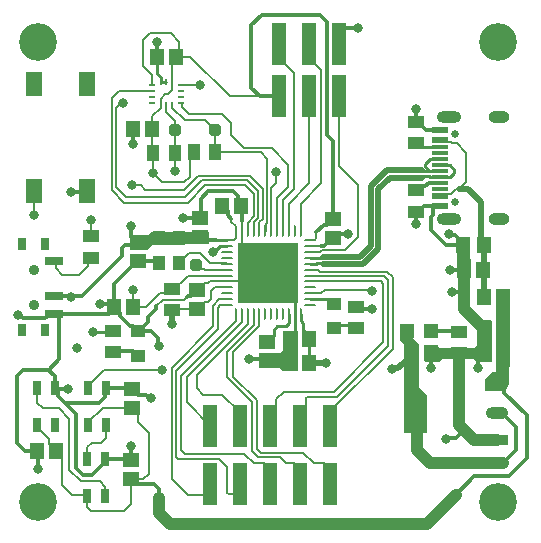
<source format=gbr>
%TF.GenerationSoftware,Altium Limited,Altium Designer,24.6.1 (21)*%
G04 Layer_Physical_Order=1*
G04 Layer_Color=255*
%FSLAX45Y45*%
%MOMM*%
%TF.SameCoordinates,02EA3464-56A9-4D0A-92B1-D56C91FA6429*%
%TF.FilePolarity,Positive*%
%TF.FileFunction,Copper,L1,Top,Signal*%
%TF.Part,Single*%
G01*
G75*
%TA.AperFunction,SMDPad,CuDef*%
%ADD10R,1.27000X3.68000*%
%ADD11R,0.80000X1.20000*%
%ADD12R,0.80000X1.00000*%
%ADD13R,1.50000X0.70000*%
%ADD14R,1.30000X1.10000*%
%ADD15R,0.60000X0.25000*%
%ADD16R,0.25000X0.60000*%
%ADD17R,1.00000X1.35000*%
%ADD18R,1.35000X1.00000*%
%ADD19R,1.30000X1.45000*%
%ADD20R,1.40000X2.10000*%
%ADD21R,1.20000X1.20000*%
%ADD22R,1.10000X1.30000*%
G04:AMPARAMS|DCode=23|XSize=0.25mm|YSize=1mm|CornerRadius=0.0625mm|HoleSize=0mm|Usage=FLASHONLY|Rotation=90.000|XOffset=0mm|YOffset=0mm|HoleType=Round|Shape=RoundedRectangle|*
%AMROUNDEDRECTD23*
21,1,0.25000,0.87500,0,0,90.0*
21,1,0.12500,1.00000,0,0,90.0*
1,1,0.12500,0.43750,0.06250*
1,1,0.12500,0.43750,-0.06250*
1,1,0.12500,-0.43750,-0.06250*
1,1,0.12500,-0.43750,0.06250*
%
%ADD23ROUNDEDRECTD23*%
G04:AMPARAMS|DCode=24|XSize=0.25mm|YSize=1mm|CornerRadius=0.0625mm|HoleSize=0mm|Usage=FLASHONLY|Rotation=0.000|XOffset=0mm|YOffset=0mm|HoleType=Round|Shape=RoundedRectangle|*
%AMROUNDEDRECTD24*
21,1,0.25000,0.87500,0,0,0.0*
21,1,0.12500,1.00000,0,0,0.0*
1,1,0.12500,0.06250,-0.43750*
1,1,0.12500,-0.06250,-0.43750*
1,1,0.12500,-0.06250,0.43750*
1,1,0.12500,0.06250,0.43750*
%
%ADD24ROUNDEDRECTD24*%
%ADD25R,5.20000X5.20000*%
%ADD26O,1.00000X0.25000*%
%ADD27R,1.45000X1.30000*%
%TA.AperFunction,TestPad*%
G04:AMPARAMS|DCode=28|XSize=1mm|YSize=1mm|CornerRadius=0.25mm|HoleSize=0mm|Usage=FLASHONLY|Rotation=90.000|XOffset=0mm|YOffset=0mm|HoleType=Round|Shape=RoundedRectangle|*
%AMROUNDEDRECTD28*
21,1,1.00000,0.50000,0,0,90.0*
21,1,0.50000,1.00000,0,0,90.0*
1,1,0.50000,0.25000,0.25000*
1,1,0.50000,0.25000,-0.25000*
1,1,0.50000,-0.25000,-0.25000*
1,1,0.50000,-0.25000,0.25000*
%
%ADD28ROUNDEDRECTD28*%
G04:AMPARAMS|DCode=29|XSize=1mm|YSize=1mm|CornerRadius=0.25mm|HoleSize=0mm|Usage=FLASHONLY|Rotation=0.000|XOffset=0mm|YOffset=0mm|HoleType=Round|Shape=RoundedRectangle|*
%AMROUNDEDRECTD29*
21,1,1.00000,0.50000,0,0,0.0*
21,1,0.50000,1.00000,0,0,0.0*
1,1,0.50000,0.25000,-0.25000*
1,1,0.50000,-0.25000,-0.25000*
1,1,0.50000,-0.25000,0.25000*
1,1,0.50000,0.25000,0.25000*
%
%ADD29ROUNDEDRECTD29*%
%TA.AperFunction,SMDPad,CuDef*%
%ADD30R,1.90500X0.95213*%
G04:AMPARAMS|DCode=31|XSize=1.905mm|YSize=0.95213mm|CornerRadius=0.47606mm|HoleSize=0mm|Usage=FLASHONLY|Rotation=180.000|XOffset=0mm|YOffset=0mm|HoleType=Round|Shape=RoundedRectangle|*
%AMROUNDEDRECTD31*
21,1,1.90500,0.00000,0,0,180.0*
21,1,0.95287,0.95213,0,0,180.0*
1,1,0.95213,-0.47644,0.00000*
1,1,0.95213,0.47644,0.00000*
1,1,0.95213,0.47644,0.00000*
1,1,0.95213,-0.47644,0.00000*
%
%ADD31ROUNDEDRECTD31*%
G04:AMPARAMS|DCode=32|XSize=1.60429mm|YSize=3.26213mm|CornerRadius=0.47327mm|HoleSize=0mm|Usage=FLASHONLY|Rotation=180.000|XOffset=0mm|YOffset=0mm|HoleType=Round|Shape=RoundedRectangle|*
%AMROUNDEDRECTD32*
21,1,1.60429,2.31560,0,0,180.0*
21,1,0.65776,3.26213,0,0,180.0*
1,1,0.94654,-0.32888,1.15780*
1,1,0.94654,0.32888,1.15780*
1,1,0.94654,0.32888,-1.15780*
1,1,0.94654,-0.32888,-1.15780*
%
%ADD32ROUNDEDRECTD32*%
%ADD33R,1.25490X1.45620*%
%ADD34R,1.15000X1.45000*%
%ADD35R,1.40000X0.60000*%
%ADD36R,1.40000X0.30000*%
%TA.AperFunction,Conductor*%
%ADD37C,0.30000*%
%ADD38C,0.20000*%
%ADD39C,1.00000*%
%ADD40C,0.50000*%
%ADD41C,0.25000*%
%ADD42C,0.49000*%
%TA.AperFunction,ComponentPad*%
%ADD43C,0.90000*%
%TA.AperFunction,ViaPad*%
%ADD44C,3.20000*%
%TA.AperFunction,ComponentPad*%
%ADD45O,1.80000X1.00000*%
%ADD46O,2.10000X1.00000*%
%ADD47C,0.65000*%
%TA.AperFunction,ViaPad*%
%ADD48C,0.80000*%
%ADD49C,0.50000*%
G36*
X1750000Y2490000D02*
X1550000D01*
X1540000Y2480000D01*
X1270000D01*
X1230000Y2440000D01*
X1080000D01*
Y2560000D01*
X1230000D01*
X1260000Y2590000D01*
X1750000D01*
Y2490000D01*
D02*
G37*
G36*
X3960000Y2370000D02*
X3970000Y2360000D01*
Y2200000D01*
X3850000D01*
Y2550000D01*
X3960000D01*
Y2370000D01*
D02*
G37*
G36*
X4140000Y1840000D02*
X4142500Y1838964D01*
Y1490000D01*
X4020000D01*
X4017500Y1487500D01*
X3990000Y1515000D01*
X3722500D01*
X3697500Y1490000D01*
X3581773D01*
X3567759Y1504270D01*
X3570000Y1627500D01*
X3690000D01*
X3710000Y1607500D01*
X3990000D01*
X4017500Y1635000D01*
Y1840000D01*
X4140000D01*
D02*
G37*
G36*
X2500000Y1410000D02*
X2380000D01*
X2350000Y1440000D01*
X2170000D01*
Y1560000D01*
X2350000D01*
X2380000Y1590000D01*
Y1750000D01*
X2500000D01*
Y1410000D01*
D02*
G37*
G36*
X4300000Y1450000D02*
X4290000Y1440000D01*
Y1296212D01*
X4289161Y1295541D01*
X4270000Y1288964D01*
X4244730Y1314234D01*
X4233153Y1321969D01*
X4219497Y1324686D01*
X4189500D01*
X4175844Y1321969D01*
X4164266Y1314234D01*
X4156531Y1302656D01*
X4153814Y1289000D01*
X4156531Y1275344D01*
X4164266Y1263766D01*
X4169903Y1260000D01*
X4163836Y1240000D01*
X4090000D01*
Y1340000D01*
X4150000Y1400000D01*
X4180000D01*
Y2110000D01*
X4300000D01*
Y1450000D01*
D02*
G37*
G36*
X3480000Y1692500D02*
X3532500Y1640000D01*
Y1280000D01*
X3527500Y1275000D01*
X3600000Y1202500D01*
Y890000D01*
X3405000D01*
Y1630000D01*
X3407500Y1632500D01*
X3365000Y1675000D01*
Y1807500D01*
X3480000D01*
Y1692500D01*
D02*
G37*
D10*
X2346000Y3738000D02*
D03*
X2600000D02*
D03*
X2854000D02*
D03*
X2346000Y4182000D02*
D03*
X2600000D02*
D03*
X2854000D02*
D03*
X2774000Y950000D02*
D03*
Y455000D02*
D03*
X2520000Y950000D02*
D03*
Y455000D02*
D03*
X2266000Y950000D02*
D03*
Y455000D02*
D03*
X2012000Y950000D02*
D03*
Y455000D02*
D03*
X1758000Y950000D02*
D03*
Y455000D02*
D03*
D11*
X875300Y1266100D02*
D03*
Y956100D02*
D03*
X725300D02*
D03*
Y1266100D02*
D03*
X445300Y1264100D02*
D03*
Y954100D02*
D03*
X295300D02*
D03*
Y1264100D02*
D03*
X870300Y662600D02*
D03*
Y352600D02*
D03*
X720300D02*
D03*
Y662600D02*
D03*
D12*
X168500Y1755000D02*
D03*
Y2485000D02*
D03*
X361500Y1755000D02*
D03*
Y2485000D02*
D03*
D13*
X440000Y2345000D02*
D03*
Y1895000D02*
D03*
Y2045000D02*
D03*
D14*
X2807500Y1772500D02*
D03*
Y1982500D02*
D03*
X1150000Y1752500D02*
D03*
Y1542500D02*
D03*
D15*
X1265000Y3685000D02*
D03*
Y3735000D02*
D03*
Y3785000D02*
D03*
Y3835000D02*
D03*
X1515000Y3685000D02*
D03*
Y3735000D02*
D03*
Y3785000D02*
D03*
Y3835000D02*
D03*
D16*
X1440000Y3860000D02*
D03*
X1390000D02*
D03*
X1340000D02*
D03*
Y3660000D02*
D03*
X1390000D02*
D03*
X1440000D02*
D03*
D17*
X1625000Y3262500D02*
D03*
X1805000D02*
D03*
X1280000Y3260000D02*
D03*
X1460000D02*
D03*
D18*
X940000Y1750000D02*
D03*
Y1570000D02*
D03*
X3870000Y1560000D02*
D03*
Y1740000D02*
D03*
X3500000Y2940000D02*
D03*
Y2760000D02*
D03*
X3500000Y3340000D02*
D03*
Y3520000D02*
D03*
X2997500Y1957500D02*
D03*
Y1777500D02*
D03*
X755000Y2372500D02*
D03*
Y2552500D02*
D03*
X1440000Y1930000D02*
D03*
Y2110000D02*
D03*
D19*
X1110000Y1955000D02*
D03*
X950000D02*
D03*
X3470000Y1560000D02*
D03*
X3630000D02*
D03*
X4240000Y1770000D02*
D03*
X4080000D02*
D03*
X4240000Y1560000D02*
D03*
X4080000D02*
D03*
X4069999Y2270000D02*
D03*
X3910000D02*
D03*
X1270000Y3460000D02*
D03*
X1110000D02*
D03*
X1470000Y4070000D02*
D03*
X1310000D02*
D03*
X452500Y735000D02*
D03*
X292500D02*
D03*
X2597700Y1680000D02*
D03*
X2437700D02*
D03*
X2597700Y1480000D02*
D03*
X2437700D02*
D03*
X1862500Y2812500D02*
D03*
X2022500D02*
D03*
D20*
X265000Y3845000D02*
D03*
X715000D02*
D03*
X265000Y2935000D02*
D03*
X715000D02*
D03*
D21*
X3633000Y1750000D02*
D03*
X3423000D02*
D03*
D22*
X1492500Y2535000D02*
D03*
Y2325000D02*
D03*
X1327500D02*
D03*
Y2535000D02*
D03*
D23*
X2605400Y2520000D02*
D03*
Y2470000D02*
D03*
Y2420000D02*
D03*
Y1970000D02*
D03*
Y2020000D02*
D03*
Y2070000D02*
D03*
Y2120000D02*
D03*
Y2170000D02*
D03*
Y2220000D02*
D03*
Y2270000D02*
D03*
Y2320000D02*
D03*
Y2370000D02*
D03*
X1900000Y1970000D02*
D03*
Y2020000D02*
D03*
Y2070000D02*
D03*
Y2120000D02*
D03*
Y2170000D02*
D03*
Y2220000D02*
D03*
Y2270000D02*
D03*
Y2320000D02*
D03*
Y2370000D02*
D03*
Y2420000D02*
D03*
Y2470000D02*
D03*
D24*
X2427700Y2597700D02*
D03*
X2227700D02*
D03*
X2277700D02*
D03*
X2327700D02*
D03*
X2377700D02*
D03*
X2477700D02*
D03*
X2527700D02*
D03*
X1977700D02*
D03*
X2027700D02*
D03*
X2077700D02*
D03*
X2127700D02*
D03*
X2177700D02*
D03*
X2527700Y1892300D02*
D03*
X2477700D02*
D03*
X2427700D02*
D03*
X2377700D02*
D03*
X2327700D02*
D03*
X2277700D02*
D03*
X2227700D02*
D03*
X2177700D02*
D03*
X2127700D02*
D03*
X2077700D02*
D03*
X2027700D02*
D03*
X1977700D02*
D03*
D25*
X2252700Y2245000D02*
D03*
D26*
X1900000Y2520000D02*
D03*
D27*
X1150000Y2500000D02*
D03*
Y2340000D02*
D03*
X1100000Y1102500D02*
D03*
Y1262500D02*
D03*
X1090000Y497500D02*
D03*
Y657500D02*
D03*
X2240000Y1660000D02*
D03*
Y1500000D02*
D03*
X1670000Y2550000D02*
D03*
Y2710000D02*
D03*
X1650000Y1940000D02*
D03*
Y2100000D02*
D03*
X2800000Y2700000D02*
D03*
Y2540000D02*
D03*
D28*
X1462500Y3452500D02*
D03*
X1805000Y3450000D02*
D03*
D29*
X1640000Y2310000D02*
D03*
D30*
X4189500Y831000D02*
D03*
D31*
Y1060000D02*
D03*
Y1289000D02*
D03*
D32*
X3510500Y1060000D02*
D03*
D33*
X4242565Y2040000D02*
D03*
X4077435D02*
D03*
D34*
X4077500Y2480000D02*
D03*
X3902500D02*
D03*
D35*
X3704100Y3370000D02*
D03*
Y2810000D02*
D03*
Y2890000D02*
D03*
Y3450000D02*
D03*
D36*
Y2955000D02*
D03*
Y3005000D02*
D03*
Y3055000D02*
D03*
Y3305000D02*
D03*
Y3155000D02*
D03*
Y3205000D02*
D03*
Y3255000D02*
D03*
Y3105000D02*
D03*
D37*
X2182000Y3738000D02*
X2346000D01*
X2854000Y4182000D02*
Y4271500D01*
X2902500Y4320000D01*
X3010000D01*
X1160000Y1752500D02*
X1257500D01*
X1150000D02*
X1160000D01*
X1320433Y1629567D02*
Y1689567D01*
Y1629567D02*
X1330000Y1620000D01*
X1257500Y1752500D02*
X1320433Y1689567D01*
X365000Y1860000D02*
X400000Y1895000D01*
X460000D01*
X143530Y1890000D02*
X173530Y1860000D01*
X365000D01*
X130000Y1890000D02*
X143530D01*
X2230000Y1510000D02*
X2240000Y1500000D01*
X2090000Y1510000D02*
X2230000D01*
X4249621Y1228879D02*
X4440000Y1038500D01*
X4287500Y520000D02*
X4440000Y672500D01*
Y1038500D01*
X4240000Y630000D02*
X4352500Y742500D01*
Y939856D01*
X3997500Y520000D02*
X4287500D01*
X3837500Y360000D02*
X3997500Y520000D01*
X292500Y735000D02*
X300000Y727500D01*
Y580000D02*
Y727500D01*
X1092500Y2550000D02*
X1142500Y2500000D01*
X1092500Y2550000D02*
Y2557500D01*
X1090000Y2560000D02*
Y2640000D01*
X1142500Y2500000D02*
X1150000D01*
X1090000Y2560000D02*
X1092500Y2557500D01*
X1670000Y2710000D02*
X1670000Y2710000D01*
X1530000Y2710000D02*
X1670000D01*
X449400Y1260000D02*
X560000D01*
X440000Y2045000D02*
X677500D01*
X892500Y1897500D02*
X900000D01*
X890000Y1895000D02*
X892500Y1897500D01*
X460000Y1895000D02*
X890000D01*
X2997500Y1957500D02*
X3015000Y1940000D01*
X3130000D01*
X2830000Y2570000D02*
X2930000D01*
X2800000Y2540000D02*
X2830000Y2570000D01*
X830000Y1980000D02*
X925000D01*
X950000Y1955000D01*
X1213970Y1212500D02*
X1246470Y1180000D01*
X1096400Y1266100D02*
X1150000Y1212500D01*
X1213970D01*
X1246470Y1180000D02*
X1260000D01*
X449400Y1260000D02*
X470301Y1239100D01*
X445300Y1264100D02*
X449400Y1260000D01*
X1084900Y662600D02*
X1090000Y667700D01*
Y780000D01*
X875300Y1266100D02*
X1096400D01*
X821250Y1141250D02*
X870000Y1190000D01*
Y1260800D02*
X875300Y1266100D01*
X870000Y1190000D02*
Y1260800D01*
X531250Y1141250D02*
X821250D01*
X1160000Y1752500D02*
X1237501Y1830001D01*
Y1867501D01*
X1110000Y3330000D02*
Y3460000D01*
X1310000Y4070000D02*
Y4200000D01*
X580000Y2930000D02*
X710000D01*
X715000Y2935000D01*
X3500000Y3520000D02*
X3500000Y3520000D01*
Y3630000D01*
X3837067Y2560433D02*
X3902500Y2495000D01*
X3789567Y2560433D02*
X3837067D01*
X3780000Y2570000D02*
X3789567Y2560433D01*
X3790000Y2270000D02*
X3909999D01*
X3910000Y2270000D01*
X3810000Y2080000D02*
X3910000D01*
X3500000Y2660000D02*
Y2760000D01*
X3902500Y2480000D02*
Y2495000D01*
X4030000Y1440000D02*
Y1510001D01*
X4080000Y1560000D01*
X3630000Y1440000D02*
Y1560000D01*
X3845000Y845000D02*
X3911250Y911250D01*
X3760000Y840000D02*
X3765000Y845000D01*
X3845000D01*
X2110000Y3810000D02*
X2182000Y3738000D01*
X2110000Y3810000D02*
Y4340000D01*
X2200000Y4430000D01*
X2690000D01*
X2750000Y4370000D01*
Y3410000D02*
Y4370000D01*
Y3410000D02*
X2800000Y3360000D01*
Y2700000D02*
Y3360000D01*
X2742500Y2487574D02*
Y2490000D01*
X2724926Y2470000D02*
X2742500Y2487574D01*
X2792500Y2540000D02*
X2800000D01*
X2742500Y2490000D02*
X2792500Y2540000D01*
X2700000Y2470000D02*
X2724926D01*
X460000Y1895000D02*
X480000Y1875000D01*
Y1510000D02*
Y1875000D01*
X677500Y2045000D02*
X1015000Y2382500D01*
X1125000Y2475000D02*
X1150000Y2500000D01*
X1037500Y2475000D02*
X1125000D01*
X1015000Y2452500D02*
X1037500Y2475000D01*
X1015000Y2382500D02*
Y2452500D01*
X950000Y1947500D02*
Y1955000D01*
X900000Y1897500D02*
X950000Y1947500D01*
X392500Y1422500D02*
X480000Y1510000D01*
X390000Y1422500D02*
X392500D01*
X950000Y2147500D02*
X1142500Y2340000D01*
X1150000D01*
X1312500D01*
X1085503Y1792500D02*
X1110000D01*
X950000Y1955000D02*
X1000000Y1905000D01*
Y1878003D02*
Y1905000D01*
Y1878003D02*
X1085503Y1792500D01*
X1110000D02*
X1150000Y1752500D01*
X950000Y1955000D02*
Y2147500D01*
X531250Y1141250D02*
X627500Y1045000D01*
X470301Y1202200D02*
X531250Y1141250D01*
X1680000Y2870000D02*
X1744800Y2934800D01*
X1955200D01*
X2000000Y2890000D01*
Y2835000D02*
X2029234Y2805766D01*
X2000000Y2835000D02*
Y2890000D01*
X1680000Y2720000D02*
Y2870000D01*
X1670000Y2710000D02*
X1680000Y2720000D01*
X1910000Y2730000D02*
Y2765000D01*
X1862500Y2812500D02*
X1910000Y2765000D01*
Y2730000D02*
X1940000Y2700000D01*
X2029234Y2679234D02*
Y2805766D01*
X1700000Y2520000D02*
X1810000D01*
X1670000Y2550000D02*
X1700000Y2520000D01*
X3701600Y2812500D02*
X3704100Y2810000D01*
X3500000Y2760000D02*
X3517500D01*
X3570000Y2812500D01*
X3701600D01*
X3632500Y2602500D02*
X3755000Y2480000D01*
X3902500D01*
X3649100Y2795000D02*
X3664100Y2810000D01*
X3632500Y2719209D02*
X3649100Y2735808D01*
X3664100Y2810000D02*
X3704100D01*
X3649100Y2735808D02*
Y2795000D01*
X3632500Y2602500D02*
Y2719209D01*
X3612500Y3005000D02*
X3704100D01*
X3582500Y2975000D02*
X3612500Y3005000D01*
X3500000Y2940000D02*
X3535000Y2975000D01*
X3582500D01*
X3704099Y3450000D02*
X3704100Y3450000D01*
X3500000Y3520000D02*
X3517500D01*
X3587500Y3450000D01*
X3704099D01*
X1090000Y497500D02*
X1132500Y455000D01*
X1285000D01*
X1325000Y335000D02*
Y415000D01*
X1285000Y455000D02*
X1325000Y415000D01*
X4219497Y1289000D02*
X4249621Y1258875D01*
Y1228879D02*
Y1258875D01*
X4189500Y1289000D02*
X4219497D01*
X4232356Y1060000D02*
X4352500Y939856D01*
X940000Y1570000D02*
X952500Y1582500D01*
X1110000D01*
X1150000Y1542500D01*
X1237501Y1867501D02*
X1305000Y1935000D01*
Y1960000D01*
X627500Y587500D02*
Y1045000D01*
X470301Y1202200D02*
Y1239100D01*
X445300Y1264100D02*
Y1367200D01*
X870300Y642600D02*
Y662600D01*
X757700Y530000D02*
X870300Y642600D01*
X685000Y530000D02*
X757700D01*
X627500Y587500D02*
X685000Y530000D01*
X390000Y1422500D02*
X445300Y1367200D01*
X177500Y1422500D02*
X390000D01*
X125000Y1370000D02*
X177500Y1422500D01*
X125000Y805000D02*
Y1370000D01*
Y805000D02*
X185064Y744936D01*
X195000Y735000D01*
X292500D01*
X870300Y662600D02*
X1084900D01*
X3859999Y1750000D02*
X3870000Y1740000D01*
X3633000Y1750000D02*
X3859999D01*
X2750000Y2650000D02*
X2800000Y2700000D01*
X2660000Y2590000D02*
X2720000Y2650000D01*
X2750000D01*
X1563003Y2040000D02*
X1573002Y2050000D01*
X1600000D01*
X1650000Y2100000D01*
D38*
X2600000Y3000000D02*
Y3738000D01*
X2854000Y3145000D02*
Y3738000D01*
X2346000Y4061500D02*
X2470000Y3937500D01*
Y2950000D02*
Y3937500D01*
X2700000Y3000000D02*
Y3961500D01*
X2527700Y2597700D02*
Y2827700D01*
X2700000Y3000000D01*
X2346000Y4061500D02*
Y4182000D01*
X2600000Y4061500D02*
X2700000Y3961500D01*
X2600000Y4061500D02*
Y4182000D01*
X2377700Y2857700D02*
X2470000Y2950000D01*
X2377700Y2597700D02*
Y2857700D01*
X2854000Y3145000D02*
X3010000Y2989000D01*
Y2550000D02*
Y2989000D01*
X2898379Y2438379D02*
X3010000Y2550000D01*
X2746621Y2438379D02*
X2898379D01*
X2740542Y2432300D02*
X2746621Y2438379D01*
X2704895Y2432300D02*
X2740542D01*
X2692595Y2420000D02*
X2704895Y2432300D01*
X2605400Y2420000D02*
X2692595D01*
X2427700Y2827700D02*
X2600000Y3000000D01*
X2427700Y2597700D02*
Y2827700D01*
X3846500Y3343500D02*
X3930000Y3260000D01*
X3805227Y3343500D02*
X3846500D01*
X3930000Y3012500D02*
Y3260000D01*
X3798727Y3350000D02*
X3805227Y3343500D01*
X3724100Y3350000D02*
X3798727D01*
X3870000Y2952500D02*
X3930000Y3012500D01*
X3838726Y2950000D02*
X3867500D01*
X3798727Y2910000D02*
X3838726Y2950000D01*
X4069999Y2270000D02*
X4077435Y2262565D01*
X4069999Y2270000D02*
X4077500Y2277500D01*
X726716Y2304216D02*
Y2344216D01*
X507500Y2227500D02*
X650000D01*
X726716Y2344216D02*
X755000Y2372500D01*
X650000Y2227500D02*
X726716Y2304216D01*
X2605400Y2170000D02*
X3205000D01*
X859200Y1420000D02*
X1350000D01*
X725300Y1286100D02*
X859200Y1420000D01*
X875000Y845000D02*
Y955800D01*
X875300Y956100D01*
X725300Y976100D02*
X851700Y1102500D01*
X1100000D01*
X725300Y1266100D02*
Y1286100D01*
Y956100D02*
Y976100D01*
X835000Y805000D02*
X875000Y845000D01*
X760000Y805000D02*
X835000D01*
X720300Y765300D02*
X760000Y805000D01*
X720300Y662600D02*
Y765300D01*
X1577500Y2410000D02*
X1670000D01*
X1757500Y2322500D01*
X1708858Y2279260D02*
X1718117Y2270000D01*
X1670740Y2279260D02*
X1708858D01*
X1640000Y2310000D02*
X1670740Y2279260D01*
X1718117Y2270000D02*
X1900000D01*
X1757500Y2322500D02*
X1897500D01*
X2027700Y2470000D02*
Y2597700D01*
Y2470000D02*
X2032700Y2465000D01*
X1900000Y2170000D02*
X2002700D01*
X2032700Y2140000D01*
Y2135000D02*
Y2140000D01*
X1900000Y2520000D02*
X1960000D01*
X1975200Y2535200D02*
Y2595200D01*
X1977700Y2597700D01*
X1960000Y2520000D02*
X1975200Y2535200D01*
X1924500Y3738000D02*
X2182000D01*
X2280000Y3300000D02*
X2420000Y3160000D01*
X2330000Y2880000D02*
X2420000Y2970000D01*
Y3160000D01*
X2330000Y2600000D02*
Y2880000D01*
X2230200Y2637700D02*
X2235200Y2642700D01*
X2205000Y2702511D02*
Y2955000D01*
X2235200Y2656465D02*
X2245000Y2666265D01*
X2230200Y2600200D02*
Y2637700D01*
X2245000Y2666265D02*
Y3210000D01*
X2177700Y2675211D02*
X2205000Y2702511D01*
X2235200Y2642700D02*
Y2656465D01*
X2277700Y2597700D02*
Y2960000D01*
X2227700Y2597700D02*
X2230200Y2600200D01*
X2327700Y2597700D02*
X2330000Y2600000D01*
X2050000Y3300000D02*
X2280000D01*
X1805000Y3262500D02*
X2192500D01*
X2245000Y3210000D01*
X1940000Y3410000D02*
X2050000Y3300000D01*
X1940000Y3410000D02*
Y3510000D01*
X1860000Y3590000D02*
X1940000Y3510000D01*
X1580000Y3590000D02*
X1860000D01*
X1520000Y3650000D02*
X1580000Y3590000D01*
X1515000Y3685000D02*
X1517500D01*
X1520000Y3682500D01*
Y3650000D02*
Y3682500D01*
X1190000Y3990000D02*
Y4210000D01*
X1250000Y4270000D02*
X1430000D01*
X1190000Y4210000D02*
X1250000Y4270000D01*
X1430000D02*
X1500000Y4200000D01*
X1265000Y3835000D02*
Y3915000D01*
X1190000Y3990000D02*
X1265000Y3915000D01*
X1470000Y4070000D02*
X1500000Y4100000D01*
Y4200000D01*
X455000Y2280000D02*
X507500Y2227500D01*
X440000Y2345000D02*
X455000Y2330000D01*
Y2280000D02*
Y2330000D01*
X1110000Y1955000D02*
Y2100000D01*
X265000Y2935000D02*
X270000Y2930000D01*
Y2730000D02*
Y2930000D01*
X750000Y2557500D02*
X755000Y2552500D01*
X750000Y2557500D02*
Y2690000D01*
X1102500Y2987500D02*
X1172500D01*
X1100000Y2990000D02*
X1102500Y2987500D01*
X2730000Y2100000D02*
X3120000D01*
X3130000Y2090000D01*
X3205000Y2170000D02*
X3225000Y2150000D01*
X2690000Y2252500D02*
X3257500D01*
X2687500Y2212500D02*
X3235000D01*
X2605400Y2470000D02*
X2700000D01*
X2700000Y2070000D02*
X2730000Y2100000D01*
X2605400Y2070000D02*
X2700000D01*
X3305000Y1601500D02*
Y2205000D01*
X2774000Y1070500D02*
X3305000Y1601500D01*
X1440000Y3795000D02*
Y3860000D01*
X1402500Y3757500D02*
X1440000Y3795000D01*
X1380000Y3757500D02*
X1402500D01*
X1340000Y3717500D02*
X1380000Y3757500D01*
X1340000Y3660000D02*
Y3717500D01*
X1592500Y4070000D02*
X1924500Y3738000D01*
X1470000Y4070000D02*
X1592500D01*
X1440000Y4040000D02*
X1470000Y4070000D01*
X1440000Y3860000D02*
Y4040000D01*
X1390000Y3605000D02*
Y3660000D01*
X1440000Y3642500D02*
X1547500Y3535000D01*
X1440000Y3642500D02*
Y3660000D01*
X1270000Y3572500D02*
X1340000Y3642500D01*
Y3660000D01*
X1515000Y3835000D02*
X1670000D01*
X1515000Y3835000D02*
X1515000Y3835000D01*
X987500Y3785000D02*
X1265000D01*
X925000Y3722500D02*
X987500Y3785000D01*
X925000Y2945000D02*
Y3722500D01*
Y2945000D02*
X1032500Y2837500D01*
X1572500D01*
X1720000Y2985000D01*
X2052500D01*
X2130000Y2907500D01*
Y2720000D02*
Y2907500D01*
X2077700Y2667700D02*
X2130000Y2720000D01*
X2077700Y2597700D02*
Y2667700D01*
X1670000Y3835000D02*
X1670000Y3835000D01*
X1270000Y3460000D02*
Y3572500D01*
X1547500Y3535000D02*
X1720000D01*
X1805000Y3450000D01*
X1390000Y3605000D02*
X1462500Y3532500D01*
Y3452500D02*
Y3532500D01*
X970716Y3646953D02*
X1008764Y3685000D01*
X962500Y3646953D02*
X970716D01*
X1008764Y3685000D02*
X1025000D01*
X962500Y2967500D02*
Y3646953D01*
X2167500Y2711255D02*
Y2932500D01*
X2127700Y2671455D02*
X2167500Y2711255D01*
X2075000Y3025000D02*
X2167500Y2932500D01*
X2097500Y3062500D02*
X2205000Y2955000D01*
X2320000Y3002300D02*
Y3099600D01*
X2277700Y2960000D02*
X2320000Y3002300D01*
Y3099600D02*
X2320400Y3100000D01*
X1547500Y2882500D02*
X1690000Y3025000D01*
X2075000D01*
X1657500Y3062500D02*
X2097500D01*
X1542500Y2947500D02*
X1657500Y3062500D01*
X1047500Y2882500D02*
X1547500D01*
X1212500Y2947500D02*
X1542500D01*
X1590000Y3227500D02*
X1625000Y3262500D01*
X1590000Y3057500D02*
Y3227500D01*
X1542500Y3010000D02*
X1590000Y3057500D01*
X1355000Y3010000D02*
X1542500D01*
X1172500Y2987500D02*
X1212500Y2947500D01*
X2177700Y2597700D02*
Y2675211D01*
X962500Y2967500D02*
X1047500Y2882500D01*
X2127700Y2597700D02*
Y2671455D01*
X1460000Y3105000D02*
Y3260000D01*
X1280000Y3085000D02*
X1355000Y3010000D01*
X1280000Y3085000D02*
Y3260000D01*
X1270000Y3270000D02*
X1280000Y3260000D01*
X1270000Y3270000D02*
Y3460000D01*
X1805000Y3262500D02*
Y3450000D01*
X1462500Y3262500D02*
Y3452500D01*
X1460000Y3260000D02*
X1462500Y3262500D01*
X3704100Y2890000D02*
X3724100Y2910000D01*
X3798727D01*
X3704100Y3370000D02*
X3724100Y3350000D01*
X1905321Y381716D02*
Y597605D01*
X1917037Y370000D02*
X1958500D01*
X2012000Y423500D01*
X1905321Y381716D02*
X1917037Y370000D01*
X2012000Y423500D02*
Y455000D01*
X1435000Y500000D02*
X1575000Y360000D01*
X1435000Y500000D02*
Y1440000D01*
X1575000Y360000D02*
X1704500D01*
X1758000Y413500D01*
Y455000D01*
X1435000Y1440000D02*
X1785000Y1790000D01*
X1331250Y2070000D02*
X1400000D01*
X1110000Y1955000D02*
X1216251D01*
X1331250Y2070000D01*
X1400000D02*
X1440000Y2110000D01*
X1152500Y977500D02*
Y1050000D01*
X1100000Y1102500D02*
X1152500Y1050000D01*
Y977500D02*
X1240000Y890000D01*
Y542500D02*
Y890000D01*
X1090000Y497500D02*
X1195000D01*
X1240000Y542500D01*
X567500Y575000D02*
Y1007500D01*
Y575000D02*
X665000Y477500D01*
X480000Y1095000D02*
X567500Y1007500D01*
X342500Y1095000D02*
X480000D01*
X295000Y1263799D02*
X295300Y1264100D01*
X295000Y1142500D02*
Y1263799D01*
Y1142500D02*
X342500Y1095000D01*
X825000Y477500D02*
X870300Y432200D01*
X665000Y477500D02*
X825000D01*
X870300Y352600D02*
Y432200D01*
X1027500Y225000D02*
X1090000Y287500D01*
Y497500D01*
X752500Y225000D02*
X1027500D01*
X720300Y257200D02*
X752500Y225000D01*
X720300Y257200D02*
Y352600D01*
X592500Y362500D02*
X710400D01*
X720300Y352600D01*
X507500Y447500D02*
X592500Y362500D01*
X507500Y447500D02*
Y680000D01*
X452500Y735000D02*
X507500Y680000D01*
X295300Y934100D02*
X397500Y831901D01*
X295300Y934100D02*
Y954100D01*
X397500Y790000D02*
X452500Y735000D01*
X397500Y790000D02*
Y831901D01*
X2354250Y680750D02*
X2406000Y629000D01*
X2466500D01*
X2166750Y680750D02*
X2354250D01*
X2192500Y720000D02*
X2544926D01*
X2157500Y755000D02*
Y1165000D01*
Y755000D02*
X2192500Y720000D01*
X2544926D02*
X2635926Y629000D01*
X1957500Y1365000D02*
X2157500Y1165000D01*
X1957500Y1365000D02*
Y1571050D01*
X2177700Y1791250D01*
X2720500Y629000D02*
X2774000Y575500D01*
X2635926Y629000D02*
X2720500D01*
X2774000Y455000D02*
Y575500D01*
X2382500Y1237500D02*
X2807500D01*
X2319500Y1174500D02*
X2382500Y1237500D01*
X2266000Y950000D02*
X2319500Y1003500D01*
Y1174500D01*
X2177700Y1791250D02*
Y1892300D01*
X2127700Y1797700D02*
Y1892300D01*
X1905000Y1575000D02*
X2127700Y1797700D01*
X2077700Y1807700D02*
Y1892300D01*
X1645000Y1375000D02*
X2077700Y1807700D01*
X2520000Y455000D02*
Y575500D01*
X2466500Y629000D02*
X2520000Y575500D01*
X2115000Y732500D02*
X2166750Y680750D01*
X2115000Y732500D02*
Y1147500D01*
X1905000Y1357500D02*
X2115000Y1147500D01*
X1905000Y1357500D02*
Y1575000D01*
X1862700Y1210000D02*
X2012000Y1060700D01*
X1700000Y1210000D02*
X1862700D01*
X2012000Y950000D02*
Y1060700D01*
X1645000Y1265000D02*
X1700000Y1210000D01*
X1645000Y1265000D02*
Y1375000D01*
X1560000Y1148000D02*
Y1357500D01*
X2027700Y1825200D01*
X1560000Y1148000D02*
X1758000Y950000D01*
X2027700Y1825200D02*
Y1892300D01*
X1975618Y1833117D02*
Y1890218D01*
X1512500Y740000D02*
Y1370000D01*
X1975618Y1833117D01*
Y1890218D02*
X1977700Y1892300D01*
X1472500Y680716D02*
Y1415000D01*
X1827500Y1770000D02*
Y1947500D01*
X1472500Y1415000D02*
X1827500Y1770000D01*
X1785000Y1790000D02*
Y1965000D01*
X1512500Y740000D02*
X1545000Y707500D01*
X2049426D01*
X2127926Y629000D01*
X2212500D01*
X2266000Y455000D02*
Y575500D01*
X2212500Y629000D02*
X2266000Y575500D01*
X1833926Y669000D02*
X1905321Y597605D01*
X1484216Y669000D02*
X1833926D01*
X1472500Y680716D02*
X1484216Y669000D01*
X1837500Y2017500D02*
X1897500D01*
X1900000Y2020000D01*
X1785000Y1965000D02*
X1837500Y2017500D01*
X1847500Y1967500D02*
X1897500D01*
X1827500Y1947500D02*
X1847500Y1967500D01*
X1897500D02*
X1900000Y1970000D01*
X3225000Y1655000D02*
Y2150000D01*
X2807500Y1237500D02*
X3225000Y1655000D01*
X2520000Y950000D02*
X2570784Y1000784D01*
Y1180784D01*
X2582500Y1192500D01*
X2837500D01*
X3265000Y1620000D02*
Y2182500D01*
X2837500Y1192500D02*
X3265000Y1620000D01*
X3235000Y2212500D02*
X3265000Y2182500D01*
X2680000Y2220000D02*
X2687500Y2212500D01*
X2605400Y2220000D02*
X2680000D01*
X2675000Y2267500D02*
X2690000Y2252500D01*
X2607900Y2267500D02*
X2675000D01*
X2605400Y2270000D02*
X2607900Y2267500D01*
X2774000Y950000D02*
Y1070500D01*
X3257500Y2252500D02*
X3305000Y2205000D01*
X2607900Y2522500D02*
X2648284D01*
X2660000Y2534216D02*
Y2590000D01*
X2648284Y2522500D02*
X2660000Y2534216D01*
X2605400Y2520000D02*
X2607900Y2522500D01*
X1538003Y2015000D02*
X1563003Y2040000D01*
X1305000Y1960000D02*
Y1961997D01*
X1358003Y2015000D01*
X1538003D01*
X1312500Y2340000D02*
X1327500Y2325000D01*
X1450000Y1940000D02*
X1650000D01*
X1440000Y1930000D02*
X1450000Y1940000D01*
X1705000Y1995000D02*
X1745000D01*
X1770000Y2020000D01*
X1650000Y1940000D02*
X1705000Y1995000D01*
X1770000Y2020000D02*
Y2090000D01*
X1800000Y2120000D01*
X1900000D01*
X1650000Y2100000D02*
X1705000Y2155000D01*
X1745000D01*
X1760000Y2170000D01*
X1900000D01*
X1897500Y2322500D02*
X1900000Y2320000D01*
X1492500Y2325000D02*
X1577500Y2410000D01*
X1457500Y2110000D02*
X1507500Y2160000D01*
X1570000Y2220000D02*
X1900000D01*
X1507500Y2160000D02*
X1510000D01*
X1570000Y2220000D01*
X1440000Y2110000D02*
X1457500D01*
X2027700Y2677700D02*
X2029234Y2679234D01*
X2027700Y2597700D02*
Y2677700D01*
X1940000Y2672900D02*
X1975200Y2637700D01*
X1940000Y2672900D02*
Y2700000D01*
X1975200Y2600200D02*
X1977700Y2597700D01*
X1975200Y2600200D02*
Y2637700D01*
D39*
X3625000Y630000D02*
X4240000D01*
X3510500Y744500D02*
X3625000Y630000D01*
X3910000Y2080000D02*
Y2270000D01*
Y1940000D02*
Y2080000D01*
X3911250Y911250D02*
X3991500Y831000D01*
X3870000Y952500D02*
X3911250Y911250D01*
X4057500Y1792500D02*
X4065000D01*
X4080000Y1777500D01*
Y1770000D02*
Y1777500D01*
X3910000Y1940000D02*
X4057500Y1792500D01*
X1422500Y115000D02*
X3592500D01*
X3837500Y360000D01*
X1325000Y212500D02*
X1422500Y115000D01*
X1325000Y212500D02*
Y335000D01*
X3991500Y831000D02*
X4189500D01*
X3510500Y744500D02*
Y1060000D01*
X3870000Y952500D02*
Y1560000D01*
X4189500Y1060000D02*
X4232356D01*
D40*
X3870000Y2952500D02*
X3940000D01*
X4050000Y2842500D01*
Y2507500D02*
X4077500Y2480000D01*
X4050000Y2507500D02*
Y2842500D01*
X4077500Y2277500D02*
Y2480000D01*
X4077435Y2040000D02*
Y2262565D01*
X1440000Y1810000D02*
Y1930000D01*
X2597700Y1480000D02*
X2740000D01*
X3353240Y1435740D02*
X3502443Y1584943D01*
X3300000Y1430000D02*
X3305740Y1435740D01*
X3502443Y1584943D02*
Y1592443D01*
X3305740Y1435740D02*
X3353240D01*
X3470000Y1552500D02*
Y1560000D01*
D41*
X770000Y1740000D02*
X930000D01*
X940000Y1750000D01*
X1839601Y2470000D02*
X1900000D01*
X1789601Y2420000D02*
X1839601Y2470000D01*
X1780000Y2420000D02*
X1789601D01*
X2477700Y1892300D02*
Y2020000D01*
X2472700Y2025000D02*
X2477700Y2020000D01*
X2810000Y1805000D02*
X2995000D01*
X3000000Y1810000D01*
X2605400Y2020000D02*
X2805000D01*
X2810000Y2015000D01*
X2665701Y2325500D02*
X2703846D01*
X2665701Y2364500D02*
X2703846D01*
X2605400Y2320000D02*
X2660201D01*
X2703846Y2364500D02*
X2715846Y2376500D01*
X2605400Y2370000D02*
X2660201D01*
X2665701Y2364500D01*
X2703846Y2325500D02*
X2715846Y2313500D01*
X2660201Y2320000D02*
X2665701Y2325500D01*
X1340000Y3860000D02*
X1390000D01*
X1310000Y3930000D02*
X1340000Y3900000D01*
Y3860000D02*
Y3900000D01*
X1310000Y3930000D02*
Y4070000D01*
X3535000Y3305000D02*
X3704100D01*
X3500000Y3340000D02*
X3535000Y3305000D01*
X3580993Y3142145D02*
Y3162855D01*
X3620638Y3202501D01*
X3580993Y3142145D02*
X3620638Y3102500D01*
X3620638Y3202501D02*
X3701600D01*
X3704100Y3205000D01*
Y3055000D02*
X3706600Y3057500D01*
X3795000D01*
X3827500Y3090000D01*
X3706600Y3152500D02*
X3787562D01*
X3827500Y3112562D01*
Y3090000D02*
Y3112562D01*
X3704100Y3155000D02*
X3706600Y3152500D01*
X1810000Y2520000D02*
X1900000D01*
X2597700Y1480000D02*
Y1680000D01*
X2597700Y1480000D02*
X2597700Y1480000D01*
X2400000Y1790000D02*
X2427700Y1817700D01*
Y1892300D01*
X2330000Y1790000D02*
X2400000D01*
X2300000Y1760000D02*
X2330000Y1790000D01*
X2300000Y1712500D02*
Y1760000D01*
X2240000Y1660000D02*
X2247500D01*
X2300000Y1712500D01*
X2477700Y1750000D02*
Y1892300D01*
X2437700Y1710000D02*
X2477700Y1750000D01*
X2545200Y1762500D02*
X2597700Y1710000D01*
X2545200Y1762500D02*
Y1814800D01*
X2527700Y1832300D02*
X2545200Y1814800D01*
X2527700Y1832300D02*
Y1892300D01*
X3701600Y3057500D02*
X3704100Y3055000D01*
X3641599Y3057500D02*
X3641600Y3057500D01*
X3616138Y3062000D02*
X3620638Y3057500D01*
X3562000Y3101000D02*
X3619138D01*
X3620638Y3102500D02*
X3641599D01*
X3550000Y3050000D02*
X3562000Y3062000D01*
X3641599Y3102500D02*
X3641600Y3102501D01*
X3620638Y3057500D02*
X3641599D01*
X3550000Y3113000D02*
X3562000Y3101000D01*
X3619138D02*
X3620638Y3102500D01*
X3641600Y3102501D02*
X3701600D01*
X3641600Y3057500D02*
X3701600D01*
Y3102501D02*
X3704100Y3105000D01*
X3562000Y3062000D02*
X3616138D01*
D42*
X2715846Y2313500D02*
X3052596D01*
X2715846Y2376500D02*
X3026500D01*
X3183000Y2443905D02*
Y2953000D01*
X3120000Y2470000D02*
Y2979096D01*
X3253905Y3113000D01*
X3550000D01*
X3280000Y3050000D02*
X3550000D01*
X3183000Y2953000D02*
X3280000Y3050000D01*
X3026500Y2376500D02*
X3120000Y2470000D01*
X3052596Y2313500D02*
X3183000Y2443905D01*
D43*
X265000Y1970000D02*
D03*
Y2270000D02*
D03*
D44*
X4200000Y300000D02*
D03*
X300000D02*
D03*
X4200000Y4200000D02*
D03*
X300000D02*
D03*
D45*
X4204500Y3562000D02*
D03*
Y2698000D02*
D03*
D46*
X3786500Y3562000D02*
D03*
Y2698000D02*
D03*
D47*
X3836500Y2841000D02*
D03*
Y3419000D02*
D03*
D48*
X1330000Y1620000D02*
D03*
X130000Y1890000D02*
D03*
X2090000Y1510000D02*
D03*
X630000Y1610000D02*
D03*
X300000Y580000D02*
D03*
X1090000Y2640000D02*
D03*
X1280000Y3085000D02*
D03*
X560000Y1260000D02*
D03*
X580000Y2040000D02*
D03*
X2930000Y2570000D02*
D03*
X3130000Y1940000D02*
D03*
X830000Y1980000D02*
D03*
X1260000Y1180000D02*
D03*
X1090000Y780000D02*
D03*
X1350000Y1420000D02*
D03*
X1440000Y1810000D02*
D03*
X770000Y1740000D02*
D03*
X1780000Y2420000D02*
D03*
X1530000Y2710000D02*
D03*
X1310000Y4200000D02*
D03*
X1110000Y3330000D02*
D03*
X580000Y2930000D02*
D03*
X3780000Y2570000D02*
D03*
X3790000Y2270000D02*
D03*
X3810000Y2080000D02*
D03*
X3760000Y840000D02*
D03*
X3630000Y1440000D02*
D03*
X4030000D02*
D03*
X3500000Y2660000D02*
D03*
Y3630000D02*
D03*
X3010000Y4320000D02*
D03*
X1110000Y2100000D02*
D03*
X270000Y2730000D02*
D03*
X750000Y2690000D02*
D03*
X1100000Y2990000D02*
D03*
X3130000Y2090000D02*
D03*
X2740000Y1480000D02*
D03*
X3300000Y1430000D02*
D03*
X1670000Y3835000D02*
D03*
X1025000Y3685000D02*
D03*
X2320400Y3100000D02*
D03*
X1460000Y3105000D02*
D03*
D49*
X2472700Y2025000D02*
D03*
X2362700D02*
D03*
X2252700D02*
D03*
X2142700D02*
D03*
X2032700D02*
D03*
X2472700Y2135000D02*
D03*
X2362700D02*
D03*
X2252700D02*
D03*
X2142700D02*
D03*
X2032700D02*
D03*
X2472700Y2245000D02*
D03*
X2362700D02*
D03*
X2252700D02*
D03*
X2142700D02*
D03*
X2032700D02*
D03*
X2472700Y2355000D02*
D03*
X2362700D02*
D03*
X2252700D02*
D03*
X2142700D02*
D03*
X2032700D02*
D03*
X2472700Y2465000D02*
D03*
X2362700D02*
D03*
X2252700D02*
D03*
X2142700D02*
D03*
X2032700D02*
D03*
%TF.MD5,713ccff2c034daf746fe6e5decb0df14*%
M02*

</source>
